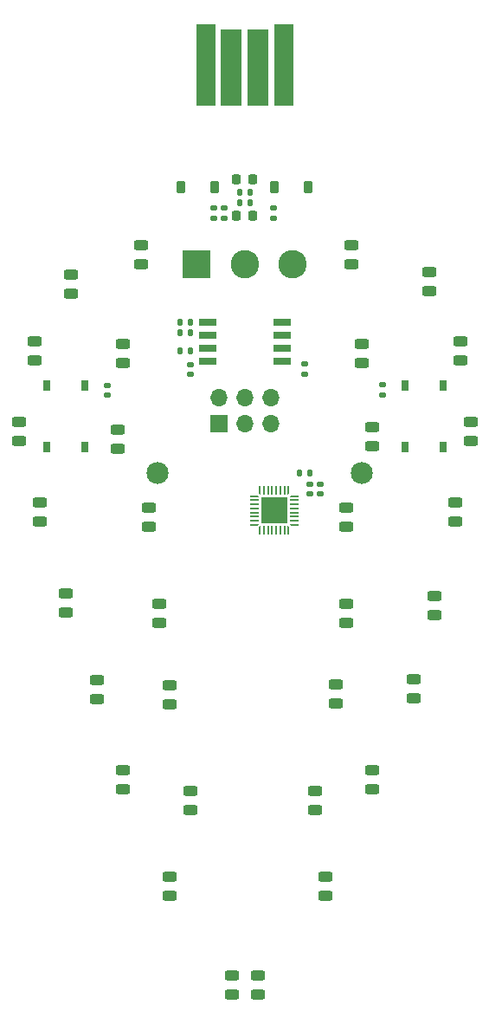
<source format=gbr>
%TF.GenerationSoftware,KiCad,Pcbnew,9.0.6*%
%TF.CreationDate,2025-12-02T17:46:32-08:00*%
%TF.ProjectId,xmas advent 2025,786d6173-2061-4647-9665-6e7420323032,rev?*%
%TF.SameCoordinates,Original*%
%TF.FileFunction,Soldermask,Top*%
%TF.FilePolarity,Negative*%
%FSLAX46Y46*%
G04 Gerber Fmt 4.6, Leading zero omitted, Abs format (unit mm)*
G04 Created by KiCad (PCBNEW 9.0.6) date 2025-12-02 17:46:32*
%MOMM*%
%LPD*%
G01*
G04 APERTURE LIST*
G04 Aperture macros list*
%AMRoundRect*
0 Rectangle with rounded corners*
0 $1 Rounding radius*
0 $2 $3 $4 $5 $6 $7 $8 $9 X,Y pos of 4 corners*
0 Add a 4 corners polygon primitive as box body*
4,1,4,$2,$3,$4,$5,$6,$7,$8,$9,$2,$3,0*
0 Add four circle primitives for the rounded corners*
1,1,$1+$1,$2,$3*
1,1,$1+$1,$4,$5*
1,1,$1+$1,$6,$7*
1,1,$1+$1,$8,$9*
0 Add four rect primitives between the rounded corners*
20,1,$1+$1,$2,$3,$4,$5,0*
20,1,$1+$1,$4,$5,$6,$7,0*
20,1,$1+$1,$6,$7,$8,$9,0*
20,1,$1+$1,$8,$9,$2,$3,0*%
%AMFreePoly0*
4,1,14,0.314644,0.085355,0.385355,0.014644,0.400000,-0.020711,0.400000,-0.050000,0.385355,-0.085355,0.350000,-0.100000,-0.350000,-0.100000,-0.385355,-0.085355,-0.400000,-0.050000,-0.400000,0.050000,-0.385355,0.085355,-0.350000,0.100000,0.279289,0.100000,0.314644,0.085355,0.314644,0.085355,$1*%
%AMFreePoly1*
4,1,14,0.385355,0.085355,0.400000,0.050000,0.400000,0.020711,0.385355,-0.014644,0.314644,-0.085355,0.279289,-0.100000,-0.350000,-0.100000,-0.385355,-0.085355,-0.400000,-0.050000,-0.400000,0.050000,-0.385355,0.085355,-0.350000,0.100000,0.350000,0.100000,0.385355,0.085355,0.385355,0.085355,$1*%
%AMFreePoly2*
4,1,14,0.085355,0.385355,0.100000,0.350000,0.100000,-0.350000,0.085355,-0.385355,0.050000,-0.400000,-0.050000,-0.400000,-0.085355,-0.385355,-0.100000,-0.350000,-0.100000,0.279289,-0.085355,0.314644,-0.014644,0.385355,0.020711,0.400000,0.050000,0.400000,0.085355,0.385355,0.085355,0.385355,$1*%
%AMFreePoly3*
4,1,14,0.014644,0.385355,0.085355,0.314644,0.100000,0.279289,0.100000,-0.350000,0.085355,-0.385355,0.050000,-0.400000,-0.050000,-0.400000,-0.085355,-0.385355,-0.100000,-0.350000,-0.100000,0.350000,-0.085355,0.385355,-0.050000,0.400000,-0.020711,0.400000,0.014644,0.385355,0.014644,0.385355,$1*%
%AMFreePoly4*
4,1,14,0.385355,0.085355,0.400000,0.050000,0.400000,-0.050000,0.385355,-0.085355,0.350000,-0.100000,-0.279289,-0.100000,-0.314644,-0.085355,-0.385355,-0.014644,-0.400000,0.020711,-0.400000,0.050000,-0.385355,0.085355,-0.350000,0.100000,0.350000,0.100000,0.385355,0.085355,0.385355,0.085355,$1*%
%AMFreePoly5*
4,1,14,0.385355,0.085355,0.400000,0.050000,0.400000,-0.050000,0.385355,-0.085355,0.350000,-0.100000,-0.350000,-0.100000,-0.385355,-0.085355,-0.400000,-0.050000,-0.400000,-0.020711,-0.385355,0.014644,-0.314644,0.085355,-0.279289,0.100000,0.350000,0.100000,0.385355,0.085355,0.385355,0.085355,$1*%
%AMFreePoly6*
4,1,14,0.085355,0.385355,0.100000,0.350000,0.100000,-0.279289,0.085355,-0.314644,0.014644,-0.385355,-0.020711,-0.400000,-0.050000,-0.400000,-0.085355,-0.385355,-0.100000,-0.350000,-0.100000,0.350000,-0.085355,0.385355,-0.050000,0.400000,0.050000,0.400000,0.085355,0.385355,0.085355,0.385355,$1*%
%AMFreePoly7*
4,1,14,0.085355,0.385355,0.100000,0.350000,0.100000,-0.350000,0.085355,-0.385355,0.050000,-0.400000,0.020711,-0.400000,-0.014644,-0.385355,-0.085355,-0.314644,-0.100000,-0.279289,-0.100000,0.350000,-0.085355,0.385355,-0.050000,0.400000,0.050000,0.400000,0.085355,0.385355,0.085355,0.385355,$1*%
G04 Aperture macros list end*
%ADD10RoundRect,0.140000X-0.170000X0.140000X-0.170000X-0.140000X0.170000X-0.140000X0.170000X0.140000X0*%
%ADD11R,0.750000X1.000000*%
%ADD12RoundRect,0.135000X-0.185000X0.135000X-0.185000X-0.135000X0.185000X-0.135000X0.185000X0.135000X0*%
%ADD13RoundRect,0.243750X0.456250X-0.243750X0.456250X0.243750X-0.456250X0.243750X-0.456250X-0.243750X0*%
%ADD14RoundRect,0.243750X-0.456250X0.243750X-0.456250X-0.243750X0.456250X-0.243750X0.456250X0.243750X0*%
%ADD15RoundRect,0.140000X0.170000X-0.140000X0.170000X0.140000X-0.170000X0.140000X-0.170000X-0.140000X0*%
%ADD16RoundRect,0.135000X-0.135000X-0.185000X0.135000X-0.185000X0.135000X0.185000X-0.135000X0.185000X0*%
%ADD17RoundRect,0.135000X0.135000X0.185000X-0.135000X0.185000X-0.135000X-0.185000X0.135000X-0.185000X0*%
%ADD18RoundRect,0.225000X0.225000X0.375000X-0.225000X0.375000X-0.225000X-0.375000X0.225000X-0.375000X0*%
%ADD19FreePoly0,0.000000*%
%ADD20RoundRect,0.050000X-0.350000X-0.050000X0.350000X-0.050000X0.350000X0.050000X-0.350000X0.050000X0*%
%ADD21FreePoly1,0.000000*%
%ADD22FreePoly2,0.000000*%
%ADD23RoundRect,0.050000X-0.050000X-0.350000X0.050000X-0.350000X0.050000X0.350000X-0.050000X0.350000X0*%
%ADD24FreePoly3,0.000000*%
%ADD25FreePoly4,0.000000*%
%ADD26FreePoly5,0.000000*%
%ADD27FreePoly6,0.000000*%
%ADD28FreePoly7,0.000000*%
%ADD29R,2.650000X2.650000*%
%ADD30RoundRect,0.218750X-0.218750X-0.256250X0.218750X-0.256250X0.218750X0.256250X-0.218750X0.256250X0*%
%ADD31RoundRect,0.218750X0.218750X0.256250X-0.218750X0.256250X-0.218750X-0.256250X0.218750X-0.256250X0*%
%ADD32R,1.700000X1.700000*%
%ADD33O,1.700000X1.700000*%
%ADD34R,1.900000X8.000000*%
%ADD35R,2.000000X7.500000*%
%ADD36R,1.700000X0.650000*%
%ADD37RoundRect,0.225000X-0.225000X-0.375000X0.225000X-0.375000X0.225000X0.375000X-0.225000X0.375000X0*%
%ADD38R,2.775000X2.775000*%
%ADD39C,2.775000*%
%ADD40C,2.153200*%
G04 APERTURE END LIST*
D10*
%TO.C,C35*%
X109728000Y-78994000D03*
X109728000Y-79954000D03*
%TD*%
D11*
%TO.C,SW36*%
X76865000Y-85042000D03*
X76865000Y-79042000D03*
X80615000Y-85042000D03*
X80615000Y-79042000D03*
%TD*%
D12*
%TO.C,R2*%
X99060000Y-61720000D03*
X99060000Y-62740000D03*
%TD*%
D13*
%TO.C,D64*%
X106680000Y-67231500D03*
X106680000Y-65356500D03*
%TD*%
D14*
%TO.C,D42*%
X84328000Y-116664500D03*
X84328000Y-118539500D03*
%TD*%
%TO.C,D54*%
X76200000Y-90502500D03*
X76200000Y-92377500D03*
%TD*%
%TO.C,D55*%
X118364000Y-82628500D03*
X118364000Y-84503500D03*
%TD*%
%TO.C,D51*%
X116840000Y-90502500D03*
X116840000Y-92377500D03*
%TD*%
%TO.C,D36*%
X97536000Y-136705000D03*
X97536000Y-138580000D03*
%TD*%
D12*
%TO.C,R1*%
X93218000Y-61720000D03*
X93218000Y-62740000D03*
%TD*%
D15*
%TO.C,C7*%
X103632000Y-89634000D03*
X103632000Y-88674000D03*
%TD*%
D16*
%TO.C,R38*%
X95756000Y-60198000D03*
X96776000Y-60198000D03*
%TD*%
D14*
%TO.C,D35*%
X104140000Y-127053000D03*
X104140000Y-128928000D03*
%TD*%
D17*
%TO.C,R39*%
X96776000Y-61214000D03*
X95756000Y-61214000D03*
%TD*%
D12*
%TO.C,R3*%
X94234000Y-61720000D03*
X94234000Y-62740000D03*
%TD*%
D14*
%TO.C,D58*%
X74168000Y-82628500D03*
X74168000Y-84503500D03*
%TD*%
D10*
%TO.C,C6*%
X102616000Y-88674000D03*
X102616000Y-89634000D03*
%TD*%
D18*
%TO.C,D2*%
X93344000Y-59690000D03*
X90044000Y-59690000D03*
%TD*%
D14*
%TO.C,D60*%
X107696000Y-75008500D03*
X107696000Y-76883500D03*
%TD*%
D19*
%TO.C,U7*%
X97193000Y-89869000D03*
D20*
X97193000Y-90269000D03*
X97193000Y-90669000D03*
X97193000Y-91069000D03*
X97193000Y-91469000D03*
X97193000Y-91869000D03*
X97193000Y-92269000D03*
D21*
X97193000Y-92669000D03*
D22*
X97743000Y-93219000D03*
D23*
X98143000Y-93219000D03*
X98543000Y-93219000D03*
X98943000Y-93219000D03*
X99343000Y-93219000D03*
X99743000Y-93219000D03*
X100143000Y-93219000D03*
D24*
X100543000Y-93219000D03*
D25*
X101093000Y-92669000D03*
D20*
X101093000Y-92269000D03*
X101093000Y-91869000D03*
X101093000Y-91469000D03*
X101093000Y-91069000D03*
X101093000Y-90669000D03*
X101093000Y-90269000D03*
D26*
X101093000Y-89869000D03*
D27*
X100543000Y-89319000D03*
D23*
X100143000Y-89319000D03*
X99743000Y-89319000D03*
X99343000Y-89319000D03*
X98943000Y-89319000D03*
X98543000Y-89319000D03*
X98143000Y-89319000D03*
D28*
X97743000Y-89319000D03*
D29*
X99143000Y-91269000D03*
%TD*%
D14*
%TO.C,D50*%
X78740000Y-99392500D03*
X78740000Y-101267500D03*
%TD*%
%TO.C,D46*%
X81788000Y-107800000D03*
X81788000Y-109675000D03*
%TD*%
%TO.C,D66*%
X79248000Y-68203000D03*
X79248000Y-70078000D03*
%TD*%
D17*
%TO.C,R37*%
X90934000Y-72898000D03*
X89914000Y-72898000D03*
%TD*%
D14*
%TO.C,D52*%
X106172000Y-90985000D03*
X106172000Y-92860000D03*
%TD*%
D13*
%TO.C,D65*%
X86106000Y-67231500D03*
X86106000Y-65356500D03*
%TD*%
D14*
%TO.C,D37*%
X94996000Y-136705000D03*
X94996000Y-138580000D03*
%TD*%
%TO.C,D48*%
X106172000Y-100408500D03*
X106172000Y-102283500D03*
%TD*%
D30*
%TO.C,D68*%
X95478500Y-62484000D03*
X97053500Y-62484000D03*
%TD*%
D31*
%TO.C,D67*%
X97053500Y-58928000D03*
X95478500Y-58928000D03*
%TD*%
D14*
%TO.C,D63*%
X114300000Y-67975000D03*
X114300000Y-69850000D03*
%TD*%
D10*
%TO.C,C1*%
X90932000Y-76990000D03*
X90932000Y-77950000D03*
%TD*%
D12*
%TO.C,R45*%
X102108000Y-76962000D03*
X102108000Y-77982000D03*
%TD*%
D14*
%TO.C,D56*%
X108712000Y-83136500D03*
X108712000Y-85011500D03*
%TD*%
D32*
%TO.C,J2*%
X93726000Y-82804000D03*
D33*
X93726000Y-80264000D03*
X96266000Y-82804000D03*
X96266000Y-80264000D03*
X98806000Y-82804000D03*
X98806000Y-80264000D03*
%TD*%
D34*
%TO.C,J1*%
X92456000Y-47756000D03*
D35*
X94966000Y-48006000D03*
X97566000Y-48006000D03*
D34*
X100076000Y-47756000D03*
%TD*%
D14*
%TO.C,D53*%
X86868000Y-90985000D03*
X86868000Y-92860000D03*
%TD*%
%TO.C,D45*%
X88900000Y-108308000D03*
X88900000Y-110183000D03*
%TD*%
D17*
%TO.C,R36*%
X90934000Y-73914000D03*
X89914000Y-73914000D03*
%TD*%
D14*
%TO.C,D59*%
X117348000Y-74729000D03*
X117348000Y-76604000D03*
%TD*%
D36*
%TO.C,U1*%
X99916000Y-76708000D03*
X99916000Y-75438000D03*
X99916000Y-74168000D03*
X99916000Y-72898000D03*
X92616000Y-72898000D03*
X92616000Y-74168000D03*
X92616000Y-75438000D03*
X92616000Y-76708000D03*
%TD*%
D14*
%TO.C,D47*%
X114808000Y-99621000D03*
X114808000Y-101496000D03*
%TD*%
%TO.C,D41*%
X90932000Y-118696500D03*
X90932000Y-120571500D03*
%TD*%
D17*
%TO.C,R40*%
X102618000Y-87630000D03*
X101598000Y-87630000D03*
%TD*%
D10*
%TO.C,C36*%
X82804000Y-79022000D03*
X82804000Y-79982000D03*
%TD*%
D17*
%TO.C,R35*%
X90934000Y-75692000D03*
X89914000Y-75692000D03*
%TD*%
D37*
%TO.C,D1*%
X99188000Y-59690000D03*
X102488000Y-59690000D03*
%TD*%
D14*
%TO.C,D43*%
X112776000Y-107749000D03*
X112776000Y-109624000D03*
%TD*%
%TO.C,D62*%
X75692000Y-74729000D03*
X75692000Y-76604000D03*
%TD*%
%TO.C,D49*%
X87884000Y-100408500D03*
X87884000Y-102283500D03*
%TD*%
%TO.C,D38*%
X88900000Y-127053000D03*
X88900000Y-128928000D03*
%TD*%
%TO.C,D57*%
X83820000Y-83365000D03*
X83820000Y-85240000D03*
%TD*%
%TO.C,D61*%
X84328000Y-75008500D03*
X84328000Y-76883500D03*
%TD*%
D11*
%TO.C,SW35*%
X115667000Y-79042000D03*
X115667000Y-85042000D03*
X111917000Y-79042000D03*
X111917000Y-85042000D03*
%TD*%
D14*
%TO.C,D39*%
X108712000Y-116664500D03*
X108712000Y-118539500D03*
%TD*%
D38*
%TO.C,SW1*%
X91566000Y-67183000D03*
D39*
X96266000Y-67183000D03*
X100966000Y-67183000D03*
%TD*%
D14*
%TO.C,D40*%
X103124000Y-118696500D03*
X103124000Y-120571500D03*
%TD*%
%TO.C,D44*%
X105156000Y-108257000D03*
X105156000Y-110132000D03*
%TD*%
D40*
%TO.C,BT1*%
X107696000Y-87630000D03*
X87696000Y-87630000D03*
%TD*%
M02*

</source>
